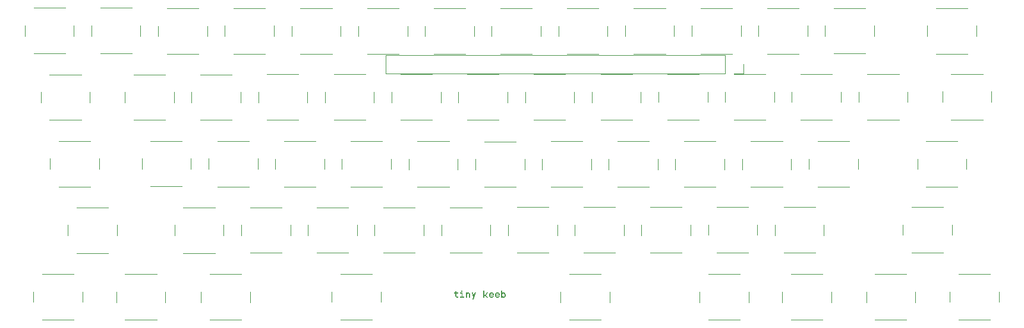
<source format=gbr>
%TF.GenerationSoftware,KiCad,Pcbnew,7.0.9*%
%TF.CreationDate,2024-12-06T21:36:11-05:00*%
%TF.ProjectId,panel,70616e65-6c2e-46b6-9963-61645f706362,rev?*%
%TF.SameCoordinates,Original*%
%TF.FileFunction,Legend,Top*%
%TF.FilePolarity,Positive*%
%FSLAX46Y46*%
G04 Gerber Fmt 4.6, Leading zero omitted, Abs format (unit mm)*
G04 Created by KiCad (PCBNEW 7.0.9) date 2024-12-06 21:36:11*
%MOMM*%
%LPD*%
G01*
G04 APERTURE LIST*
%ADD10C,0.200000*%
%ADD11C,0.120000*%
G04 APERTURE END LIST*
D10*
G36*
X140109625Y-69754000D02*
G01*
X140264475Y-69754000D01*
X140264475Y-69598417D01*
X140109625Y-69598417D01*
X140098595Y-69597897D01*
X140087973Y-69596367D01*
X140077802Y-69593870D01*
X140068123Y-69590448D01*
X140058977Y-69586145D01*
X140050407Y-69581003D01*
X140042454Y-69575065D01*
X140035161Y-69568375D01*
X140028569Y-69560975D01*
X140022721Y-69552907D01*
X140017657Y-69544216D01*
X140013420Y-69534944D01*
X140010051Y-69525134D01*
X140007594Y-69514829D01*
X140006088Y-69504071D01*
X140005577Y-69492904D01*
X140005577Y-69175144D01*
X140264475Y-69175144D01*
X140264475Y-69019317D01*
X140005577Y-69019317D01*
X140005577Y-68837356D01*
X139849995Y-68837356D01*
X139849995Y-69019317D01*
X139632863Y-69019317D01*
X139632863Y-69175144D01*
X139849995Y-69175144D01*
X139849995Y-69492904D01*
X139850333Y-69506374D01*
X139851338Y-69519664D01*
X139852992Y-69532757D01*
X139855280Y-69545636D01*
X139858185Y-69558287D01*
X139861690Y-69570692D01*
X139865778Y-69582835D01*
X139870435Y-69594700D01*
X139875642Y-69606271D01*
X139881384Y-69617532D01*
X139887643Y-69628466D01*
X139894405Y-69639057D01*
X139901651Y-69649290D01*
X139909367Y-69659148D01*
X139917534Y-69668615D01*
X139926137Y-69677674D01*
X139935160Y-69686309D01*
X139944585Y-69694505D01*
X139954397Y-69702244D01*
X139964579Y-69709512D01*
X139975114Y-69716291D01*
X139985986Y-69722566D01*
X139997179Y-69728320D01*
X140008676Y-69733537D01*
X140020461Y-69738200D01*
X140032517Y-69742295D01*
X140044827Y-69745804D01*
X140057376Y-69748711D01*
X140070147Y-69751000D01*
X140083123Y-69752656D01*
X140096287Y-69753661D01*
X140109625Y-69754000D01*
G37*
G36*
X140858718Y-69598417D02*
G01*
X140858718Y-69019317D01*
X140472081Y-69019317D01*
X140472081Y-69175144D01*
X140703135Y-69175144D01*
X140703135Y-69598417D01*
X140472081Y-69598417D01*
X140472081Y-69754000D01*
X141103693Y-69754000D01*
X141103693Y-69598417D01*
X140858718Y-69598417D01*
G37*
G36*
X140689213Y-68909408D02*
G01*
X140858718Y-68909408D01*
X140858718Y-68753581D01*
X140689213Y-68753581D01*
X140689213Y-68909408D01*
G37*
G36*
X141311300Y-69019317D02*
G01*
X141311300Y-69754000D01*
X141466882Y-69754000D01*
X141466882Y-69280168D01*
X141621244Y-69175144D01*
X141683281Y-69175144D01*
X141694070Y-69175677D01*
X141704512Y-69177242D01*
X141714560Y-69179792D01*
X141724165Y-69183276D01*
X141733280Y-69187647D01*
X141741855Y-69192854D01*
X141749843Y-69198849D01*
X141757195Y-69205583D01*
X141763863Y-69213006D01*
X141769799Y-69221071D01*
X141774954Y-69229727D01*
X141779280Y-69238926D01*
X141782729Y-69248618D01*
X141785252Y-69258756D01*
X141786802Y-69269289D01*
X141787329Y-69280168D01*
X141787329Y-69754000D01*
X141942912Y-69754000D01*
X141942912Y-69280168D01*
X141942569Y-69266742D01*
X141941552Y-69253491D01*
X141939879Y-69240434D01*
X141937566Y-69227587D01*
X141934631Y-69214965D01*
X141931091Y-69202585D01*
X141926963Y-69190463D01*
X141922265Y-69178617D01*
X141917014Y-69167062D01*
X141911227Y-69155814D01*
X141904922Y-69144890D01*
X141898115Y-69134307D01*
X141890824Y-69124080D01*
X141883066Y-69114226D01*
X141874859Y-69104762D01*
X141866219Y-69095704D01*
X141857165Y-69087068D01*
X141847712Y-69078870D01*
X141837879Y-69071127D01*
X141827683Y-69063856D01*
X141817141Y-69057072D01*
X141806270Y-69050793D01*
X141795088Y-69045033D01*
X141783612Y-69039811D01*
X141771858Y-69035141D01*
X141759845Y-69031041D01*
X141747590Y-69027527D01*
X141735110Y-69024615D01*
X141722421Y-69022322D01*
X141709542Y-69020663D01*
X141696490Y-69019656D01*
X141683281Y-69019317D01*
X141572884Y-69019317D01*
X141466882Y-69091124D01*
X141466882Y-69019317D01*
X141311300Y-69019317D01*
G37*
G36*
X142410148Y-70050999D02*
G01*
X142785549Y-69019317D01*
X142619220Y-69019317D01*
X142459729Y-69456512D01*
X142312451Y-69019317D01*
X142147343Y-69019317D01*
X142375466Y-69690496D01*
X142243819Y-70050999D01*
X142410148Y-70050999D01*
G37*
G36*
X143984538Y-69754000D02*
G01*
X143984538Y-69472143D01*
X144102751Y-69472143D01*
X144283491Y-69754000D01*
X144466917Y-69754000D01*
X144238062Y-69394230D01*
X144466673Y-69019317D01*
X144283247Y-69019317D01*
X144102507Y-69316316D01*
X143984538Y-69316316D01*
X143984538Y-68737949D01*
X143828955Y-68737949D01*
X143828955Y-69754000D01*
X143984538Y-69754000D01*
G37*
G36*
X145053107Y-69019635D02*
G01*
X145065895Y-69020579D01*
X145078505Y-69022135D01*
X145090921Y-69024287D01*
X145103129Y-69027021D01*
X145115115Y-69030321D01*
X145126862Y-69034174D01*
X145138356Y-69038563D01*
X145149583Y-69043474D01*
X145160527Y-69048892D01*
X145171174Y-69054802D01*
X145181509Y-69061190D01*
X145191517Y-69068040D01*
X145201182Y-69075338D01*
X145210492Y-69083068D01*
X145219429Y-69091216D01*
X145227981Y-69099767D01*
X145236131Y-69108706D01*
X145243865Y-69118018D01*
X145251168Y-69127688D01*
X145258025Y-69137701D01*
X145264421Y-69148043D01*
X145270342Y-69158698D01*
X145275773Y-69169652D01*
X145280699Y-69180890D01*
X145285104Y-69192396D01*
X145288975Y-69204157D01*
X145292296Y-69216156D01*
X145295052Y-69228380D01*
X145297229Y-69240813D01*
X145298812Y-69253440D01*
X145299785Y-69266247D01*
X145299785Y-69425737D01*
X144823756Y-69425737D01*
X144823756Y-69490706D01*
X144824286Y-69501723D01*
X144825843Y-69512392D01*
X144828378Y-69522663D01*
X144831843Y-69532487D01*
X144836187Y-69541812D01*
X144841363Y-69550589D01*
X144847321Y-69558768D01*
X144854012Y-69566299D01*
X144861386Y-69573131D01*
X144869396Y-69579215D01*
X144877992Y-69584500D01*
X144887126Y-69588937D01*
X144896747Y-69592475D01*
X144906807Y-69595064D01*
X144917257Y-69596654D01*
X144928048Y-69597196D01*
X145040155Y-69597196D01*
X145050943Y-69596654D01*
X145061386Y-69595064D01*
X145071434Y-69592475D01*
X145081039Y-69588937D01*
X145090154Y-69584500D01*
X145098729Y-69579215D01*
X145106717Y-69573131D01*
X145114069Y-69566299D01*
X145120737Y-69558768D01*
X145126673Y-69550589D01*
X145131828Y-69541812D01*
X145136154Y-69532487D01*
X145139603Y-69522663D01*
X145142126Y-69512392D01*
X145143675Y-69501723D01*
X145144203Y-69490706D01*
X145144203Y-69468724D01*
X145299785Y-69468724D01*
X145299785Y-69490706D01*
X145299447Y-69504118D01*
X145298442Y-69517370D01*
X145296787Y-69530444D01*
X145294500Y-69543322D01*
X145291595Y-69555988D01*
X145288090Y-69568424D01*
X145284001Y-69580612D01*
X145279345Y-69592536D01*
X145274138Y-69604177D01*
X145268396Y-69615519D01*
X145262136Y-69626543D01*
X145255375Y-69637233D01*
X145248128Y-69647571D01*
X145240413Y-69657540D01*
X145232246Y-69667122D01*
X145223643Y-69676300D01*
X145214620Y-69685056D01*
X145205195Y-69693374D01*
X145195383Y-69701235D01*
X145185201Y-69708623D01*
X145174666Y-69715520D01*
X145163794Y-69721908D01*
X145152601Y-69727771D01*
X145141104Y-69733090D01*
X145129319Y-69737849D01*
X145117263Y-69742029D01*
X145104953Y-69745614D01*
X145092404Y-69748587D01*
X145079633Y-69750929D01*
X145066657Y-69752623D01*
X145053492Y-69753652D01*
X145040155Y-69754000D01*
X144928048Y-69754000D01*
X144914817Y-69753652D01*
X144901744Y-69752623D01*
X144888845Y-69750929D01*
X144876139Y-69748587D01*
X144863641Y-69745614D01*
X144851370Y-69742029D01*
X144839343Y-69737849D01*
X144827576Y-69733090D01*
X144816087Y-69727771D01*
X144804894Y-69721908D01*
X144794013Y-69715520D01*
X144783461Y-69708623D01*
X144773257Y-69701235D01*
X144763416Y-69693374D01*
X144753957Y-69685056D01*
X144744896Y-69676300D01*
X144736251Y-69667122D01*
X144728039Y-69657540D01*
X144720277Y-69647571D01*
X144712983Y-69637233D01*
X144706173Y-69626543D01*
X144699865Y-69615519D01*
X144694076Y-69604177D01*
X144688823Y-69592536D01*
X144684124Y-69580612D01*
X144679995Y-69568424D01*
X144676455Y-69555988D01*
X144673519Y-69543322D01*
X144671206Y-69530444D01*
X144669533Y-69517370D01*
X144668516Y-69504118D01*
X144668173Y-69490706D01*
X144668173Y-69298242D01*
X144823756Y-69298242D01*
X145144203Y-69298242D01*
X145144203Y-69280657D01*
X145143689Y-69269490D01*
X145142176Y-69258732D01*
X145139707Y-69248427D01*
X145136326Y-69238617D01*
X145132074Y-69229344D01*
X145126995Y-69220653D01*
X145121132Y-69212586D01*
X145114527Y-69205186D01*
X145107224Y-69198495D01*
X145099266Y-69192558D01*
X145090695Y-69187416D01*
X145081554Y-69183112D01*
X145071887Y-69179691D01*
X145061736Y-69177193D01*
X145051145Y-69175663D01*
X145040155Y-69175144D01*
X144928048Y-69175144D01*
X144917055Y-69175677D01*
X144906456Y-69177243D01*
X144896293Y-69179795D01*
X144886610Y-69183284D01*
X144877451Y-69187662D01*
X144868860Y-69192880D01*
X144860879Y-69198890D01*
X144853554Y-69205644D01*
X144846926Y-69213093D01*
X144841041Y-69221190D01*
X144835941Y-69229886D01*
X144831671Y-69239132D01*
X144828274Y-69248880D01*
X144825793Y-69259083D01*
X144824272Y-69269691D01*
X144823756Y-69280657D01*
X144823756Y-69298242D01*
X144668173Y-69298242D01*
X144668173Y-69280657D01*
X144668516Y-69267186D01*
X144669533Y-69253894D01*
X144671206Y-69240798D01*
X144673519Y-69227914D01*
X144676455Y-69215258D01*
X144679995Y-69202847D01*
X144684124Y-69190696D01*
X144688823Y-69178823D01*
X144694076Y-69167243D01*
X144699865Y-69155973D01*
X144706173Y-69145028D01*
X144712983Y-69134426D01*
X144720277Y-69124182D01*
X144728039Y-69114313D01*
X144736251Y-69104836D01*
X144744896Y-69095765D01*
X144753957Y-69087118D01*
X144763416Y-69078911D01*
X144773257Y-69071160D01*
X144783461Y-69063882D01*
X144794013Y-69057092D01*
X144804894Y-69050807D01*
X144816087Y-69045044D01*
X144827576Y-69039818D01*
X144839343Y-69035146D01*
X144851370Y-69031044D01*
X144863641Y-69027529D01*
X144876139Y-69024616D01*
X144888845Y-69022322D01*
X144901744Y-69020663D01*
X144914817Y-69019656D01*
X144928048Y-69019317D01*
X145040155Y-69019317D01*
X145053107Y-69019635D01*
G37*
G36*
X145892325Y-69019635D02*
G01*
X145905114Y-69020579D01*
X145917723Y-69022135D01*
X145930140Y-69024287D01*
X145942348Y-69027021D01*
X145954333Y-69030321D01*
X145966080Y-69034174D01*
X145977574Y-69038563D01*
X145988801Y-69043474D01*
X145999745Y-69048892D01*
X146010392Y-69054802D01*
X146020727Y-69061190D01*
X146030735Y-69068040D01*
X146040401Y-69075338D01*
X146049710Y-69083068D01*
X146058648Y-69091216D01*
X146067199Y-69099767D01*
X146075349Y-69108706D01*
X146083083Y-69118018D01*
X146090386Y-69127688D01*
X146097243Y-69137701D01*
X146103640Y-69148043D01*
X146109561Y-69158698D01*
X146114992Y-69169652D01*
X146119917Y-69180890D01*
X146124323Y-69192396D01*
X146128193Y-69204157D01*
X146131514Y-69216156D01*
X146134271Y-69228380D01*
X146136447Y-69240813D01*
X146138030Y-69253440D01*
X146139004Y-69266247D01*
X146139004Y-69425737D01*
X145662974Y-69425737D01*
X145662974Y-69490706D01*
X145663504Y-69501723D01*
X145665061Y-69512392D01*
X145667597Y-69522663D01*
X145671061Y-69532487D01*
X145675406Y-69541812D01*
X145680581Y-69550589D01*
X145686539Y-69558768D01*
X145693230Y-69566299D01*
X145700605Y-69573131D01*
X145708615Y-69579215D01*
X145717211Y-69584500D01*
X145726344Y-69588937D01*
X145735965Y-69592475D01*
X145746025Y-69595064D01*
X145756475Y-69596654D01*
X145767266Y-69597196D01*
X145879374Y-69597196D01*
X145890162Y-69596654D01*
X145900604Y-69595064D01*
X145910652Y-69592475D01*
X145920258Y-69588937D01*
X145929372Y-69584500D01*
X145937947Y-69579215D01*
X145945935Y-69573131D01*
X145953288Y-69566299D01*
X145959956Y-69558768D01*
X145965891Y-69550589D01*
X145971046Y-69541812D01*
X145975372Y-69532487D01*
X145978821Y-69522663D01*
X145981344Y-69512392D01*
X145982894Y-69501723D01*
X145983421Y-69490706D01*
X145983421Y-69468724D01*
X146139004Y-69468724D01*
X146139004Y-69490706D01*
X146138665Y-69504118D01*
X146137660Y-69517370D01*
X146136006Y-69530444D01*
X146133718Y-69543322D01*
X146130814Y-69555988D01*
X146127309Y-69568424D01*
X146123220Y-69580612D01*
X146118564Y-69592536D01*
X146113356Y-69604177D01*
X146107615Y-69615519D01*
X146101355Y-69626543D01*
X146094593Y-69637233D01*
X146087347Y-69647571D01*
X146079632Y-69657540D01*
X146071464Y-69667122D01*
X146062861Y-69676300D01*
X146053838Y-69685056D01*
X146044413Y-69693374D01*
X146034601Y-69701235D01*
X146024419Y-69708623D01*
X146013884Y-69715520D01*
X146003012Y-69721908D01*
X145991819Y-69727771D01*
X145980322Y-69733090D01*
X145968538Y-69737849D01*
X145956482Y-69742029D01*
X145944171Y-69745614D01*
X145931622Y-69748587D01*
X145918852Y-69750929D01*
X145905876Y-69752623D01*
X145892711Y-69753652D01*
X145879374Y-69754000D01*
X145767266Y-69754000D01*
X145754035Y-69753652D01*
X145740962Y-69752623D01*
X145728064Y-69750929D01*
X145715357Y-69748587D01*
X145702860Y-69745614D01*
X145690589Y-69742029D01*
X145678561Y-69737849D01*
X145666794Y-69733090D01*
X145655306Y-69727771D01*
X145644112Y-69721908D01*
X145633231Y-69715520D01*
X145622680Y-69708623D01*
X145612475Y-69701235D01*
X145602634Y-69693374D01*
X145593175Y-69685056D01*
X145584114Y-69676300D01*
X145575469Y-69667122D01*
X145567257Y-69657540D01*
X145559496Y-69647571D01*
X145552201Y-69637233D01*
X145545391Y-69626543D01*
X145539083Y-69615519D01*
X145533294Y-69604177D01*
X145528042Y-69592536D01*
X145523342Y-69580612D01*
X145519214Y-69568424D01*
X145515673Y-69555988D01*
X145512738Y-69543322D01*
X145510425Y-69530444D01*
X145508751Y-69517370D01*
X145507734Y-69504118D01*
X145507392Y-69490706D01*
X145507392Y-69298242D01*
X145662974Y-69298242D01*
X145983421Y-69298242D01*
X145983421Y-69280657D01*
X145982907Y-69269490D01*
X145981395Y-69258732D01*
X145978926Y-69248427D01*
X145975544Y-69238617D01*
X145971292Y-69229344D01*
X145966213Y-69220653D01*
X145960350Y-69212586D01*
X145953745Y-69205186D01*
X145946443Y-69198495D01*
X145938484Y-69192558D01*
X145929913Y-69187416D01*
X145920773Y-69183112D01*
X145911106Y-69179691D01*
X145900955Y-69177193D01*
X145890363Y-69175663D01*
X145879374Y-69175144D01*
X145767266Y-69175144D01*
X145756274Y-69175677D01*
X145745674Y-69177243D01*
X145735512Y-69179795D01*
X145725829Y-69183284D01*
X145716670Y-69187662D01*
X145708078Y-69192880D01*
X145700098Y-69198890D01*
X145692772Y-69205644D01*
X145686145Y-69213093D01*
X145680259Y-69221190D01*
X145675160Y-69229886D01*
X145670889Y-69239132D01*
X145667492Y-69248880D01*
X145665011Y-69259083D01*
X145663491Y-69269691D01*
X145662974Y-69280657D01*
X145662974Y-69298242D01*
X145507392Y-69298242D01*
X145507392Y-69280657D01*
X145507734Y-69267186D01*
X145508751Y-69253894D01*
X145510425Y-69240798D01*
X145512738Y-69227914D01*
X145515673Y-69215258D01*
X145519214Y-69202847D01*
X145523342Y-69190696D01*
X145528042Y-69178823D01*
X145533294Y-69167243D01*
X145539083Y-69155973D01*
X145545391Y-69145028D01*
X145552201Y-69134426D01*
X145559496Y-69124182D01*
X145567257Y-69114313D01*
X145575469Y-69104836D01*
X145584114Y-69095765D01*
X145593175Y-69087118D01*
X145602634Y-69078911D01*
X145612475Y-69071160D01*
X145622680Y-69063882D01*
X145633231Y-69057092D01*
X145644112Y-69050807D01*
X145655306Y-69045044D01*
X145666794Y-69039818D01*
X145678561Y-69035146D01*
X145690589Y-69031044D01*
X145702860Y-69027529D01*
X145715357Y-69024616D01*
X145728064Y-69022322D01*
X145740962Y-69020663D01*
X145754035Y-69019656D01*
X145767266Y-69019317D01*
X145879374Y-69019317D01*
X145892325Y-69019635D01*
G37*
G36*
X146502193Y-69091124D02*
G01*
X146608194Y-69019317D01*
X146718592Y-69019317D01*
X146731800Y-69019656D01*
X146744853Y-69020663D01*
X146757732Y-69022322D01*
X146770420Y-69024616D01*
X146782901Y-69027529D01*
X146795156Y-69031044D01*
X146807169Y-69035146D01*
X146818922Y-69039818D01*
X146830399Y-69045044D01*
X146841581Y-69050807D01*
X146852452Y-69057092D01*
X146862994Y-69063882D01*
X146873190Y-69071160D01*
X146883023Y-69078911D01*
X146892475Y-69087118D01*
X146901530Y-69095765D01*
X146910169Y-69104836D01*
X146918377Y-69114313D01*
X146926135Y-69124182D01*
X146933425Y-69134426D01*
X146940232Y-69145028D01*
X146946538Y-69155973D01*
X146952325Y-69167243D01*
X146957576Y-69178823D01*
X146962274Y-69190696D01*
X146966401Y-69202847D01*
X146969941Y-69215258D01*
X146972876Y-69227914D01*
X146975189Y-69240798D01*
X146976863Y-69253894D01*
X146977879Y-69267186D01*
X146978222Y-69280657D01*
X146978222Y-69492904D01*
X146977879Y-69506245D01*
X146976863Y-69519423D01*
X146975189Y-69532418D01*
X146972876Y-69545216D01*
X146969941Y-69557798D01*
X146966401Y-69570147D01*
X146962274Y-69582248D01*
X146957576Y-69594081D01*
X146952325Y-69605632D01*
X146946538Y-69616882D01*
X146940232Y-69627815D01*
X146933425Y-69638413D01*
X146926135Y-69648661D01*
X146918377Y-69658539D01*
X146910169Y-69668033D01*
X146901530Y-69677124D01*
X146892475Y-69685796D01*
X146883023Y-69694031D01*
X146873190Y-69701814D01*
X146862994Y-69709126D01*
X146852452Y-69715950D01*
X146841581Y-69722271D01*
X146830399Y-69728070D01*
X146818922Y-69733330D01*
X146807169Y-69738036D01*
X146795156Y-69742169D01*
X146782901Y-69745713D01*
X146770420Y-69748651D01*
X146757732Y-69750965D01*
X146744853Y-69752640D01*
X146731800Y-69753657D01*
X146718592Y-69754000D01*
X146608194Y-69754000D01*
X146502193Y-69682436D01*
X146502193Y-69754000D01*
X146346610Y-69754000D01*
X146346610Y-69493148D01*
X146502193Y-69493148D01*
X146656554Y-69598417D01*
X146718592Y-69598417D01*
X146729380Y-69597881D01*
X146739822Y-69596307D01*
X146749870Y-69593745D01*
X146759476Y-69590242D01*
X146768590Y-69585850D01*
X146777166Y-69580617D01*
X146785154Y-69574592D01*
X146792506Y-69567825D01*
X146799174Y-69560366D01*
X146805110Y-69552263D01*
X146810265Y-69543567D01*
X146814591Y-69534326D01*
X146818040Y-69524590D01*
X146820563Y-69514408D01*
X146822112Y-69503829D01*
X146822639Y-69492904D01*
X146822639Y-69280657D01*
X146822112Y-69269691D01*
X146820563Y-69259083D01*
X146818040Y-69248880D01*
X146814591Y-69239132D01*
X146810265Y-69229886D01*
X146805110Y-69221190D01*
X146799174Y-69213093D01*
X146792506Y-69205644D01*
X146785154Y-69198890D01*
X146777166Y-69192880D01*
X146768590Y-69187662D01*
X146759476Y-69183284D01*
X146749870Y-69179795D01*
X146739822Y-69177243D01*
X146729380Y-69175677D01*
X146718592Y-69175144D01*
X146656554Y-69175144D01*
X146502193Y-69280413D01*
X146502193Y-69493148D01*
X146346610Y-69493148D01*
X146346610Y-68737949D01*
X146502193Y-68737949D01*
X146502193Y-69091124D01*
G37*
D11*
%TO.C,SW63*%
X180684000Y-49929000D02*
X180684000Y-51429000D01*
X181934000Y-53929000D02*
X186434000Y-53929000D01*
X186434000Y-47429000D02*
X181934000Y-47429000D01*
X187684000Y-51429000D02*
X187684000Y-49929000D01*
%TO.C,SW11*%
X109327000Y-59363000D02*
X109327000Y-60863000D01*
X110577000Y-63363000D02*
X115077000Y-63363000D01*
X115077000Y-56863000D02*
X110577000Y-56863000D01*
X116327000Y-60863000D02*
X116327000Y-59363000D01*
%TO.C,SW43*%
X145008000Y-30947000D02*
X145008000Y-32447000D01*
X146258000Y-34947000D02*
X150758000Y-34947000D01*
X150758000Y-28447000D02*
X146258000Y-28447000D01*
X152008000Y-32447000D02*
X152008000Y-30947000D01*
%TO.C,SW66*%
X198366000Y-68897000D02*
X198366000Y-70397000D01*
X199616000Y-72897000D02*
X204116000Y-72897000D01*
X204116000Y-66397000D02*
X199616000Y-66397000D01*
X205366000Y-70397000D02*
X205366000Y-68897000D01*
%TO.C,SW14*%
X111754000Y-40379000D02*
X111754000Y-41879000D01*
X113004000Y-44379000D02*
X117504000Y-44379000D01*
X117504000Y-37879000D02*
X113004000Y-37879000D01*
X118754000Y-41879000D02*
X118754000Y-40379000D01*
%TO.C,SW4*%
X82086000Y-49887000D02*
X82086000Y-51387000D01*
X83336000Y-53887000D02*
X87836000Y-53887000D01*
X87836000Y-47387000D02*
X83336000Y-47387000D01*
X89086000Y-51387000D02*
X89086000Y-49887000D01*
%TO.C,SW33*%
X133175000Y-49931000D02*
X133175000Y-51431000D01*
X134425000Y-53931000D02*
X138925000Y-53931000D01*
X138925000Y-47431000D02*
X134425000Y-47431000D01*
X140175000Y-51431000D02*
X140175000Y-49931000D01*
%TO.C,SW17*%
X103597000Y-68894000D02*
X103597000Y-70394000D01*
X104847000Y-72894000D02*
X109347000Y-72894000D01*
X109347000Y-66394000D02*
X104847000Y-66394000D01*
X110597000Y-70394000D02*
X110597000Y-68894000D01*
%TO.C,SW32*%
X140262000Y-40366000D02*
X140262000Y-41866000D01*
X141512000Y-44366000D02*
X146012000Y-44366000D01*
X146012000Y-37866000D02*
X141512000Y-37866000D01*
X147262000Y-41866000D02*
X147262000Y-40366000D01*
%TO.C,SW22*%
X128334000Y-59356000D02*
X128334000Y-60856000D01*
X129584000Y-63356000D02*
X134084000Y-63356000D01*
X134084000Y-56856000D02*
X129584000Y-56856000D01*
X135334000Y-60856000D02*
X135334000Y-59356000D01*
%TO.C,SW39*%
X142678000Y-49948000D02*
X142678000Y-51448000D01*
X143928000Y-53948000D02*
X148428000Y-53948000D01*
X148428000Y-47448000D02*
X143928000Y-47448000D01*
X149678000Y-51448000D02*
X149678000Y-49948000D01*
%TO.C,SW30*%
X129232000Y-70374000D02*
X129232000Y-68874000D01*
X127982000Y-66374000D02*
X123482000Y-66374000D01*
X123482000Y-72874000D02*
X127982000Y-72874000D01*
X122232000Y-68874000D02*
X122232000Y-70374000D01*
%TO.C,SW56*%
X178270000Y-40354000D02*
X178270000Y-41854000D01*
X179520000Y-44354000D02*
X184020000Y-44354000D01*
X184020000Y-37854000D02*
X179520000Y-37854000D01*
X185270000Y-41854000D02*
X185270000Y-40354000D01*
%TO.C,SW44*%
X159266000Y-40362000D02*
X159266000Y-41862000D01*
X160516000Y-44362000D02*
X165016000Y-44362000D01*
X165016000Y-37862000D02*
X160516000Y-37862000D01*
X166266000Y-41862000D02*
X166266000Y-40362000D01*
%TO.C,SW15*%
X104667000Y-49896000D02*
X104667000Y-51396000D01*
X105917000Y-53896000D02*
X110417000Y-53896000D01*
X110417000Y-47396000D02*
X105917000Y-47396000D01*
X111667000Y-51396000D02*
X111667000Y-49896000D01*
%TO.C,SW9*%
X102247000Y-40387000D02*
X102247000Y-41887000D01*
X103497000Y-44387000D02*
X107997000Y-44387000D01*
X107997000Y-37887000D02*
X103497000Y-37887000D01*
X109247000Y-41887000D02*
X109247000Y-40387000D01*
%TO.C,SW29*%
X183008000Y-30919000D02*
X183008000Y-32419000D01*
X184258000Y-34919000D02*
X188758000Y-34919000D01*
X188758000Y-28419000D02*
X184258000Y-28419000D01*
X190008000Y-32419000D02*
X190008000Y-30919000D01*
%TO.C,SW26*%
X130759000Y-40371000D02*
X130759000Y-41871000D01*
X132009000Y-44371000D02*
X136509000Y-44371000D01*
X136509000Y-37871000D02*
X132009000Y-37871000D01*
X137759000Y-41871000D02*
X137759000Y-40371000D01*
%TO.C,SW74*%
X205649000Y-49907000D02*
X205649000Y-51407000D01*
X206899000Y-53907000D02*
X211399000Y-53907000D01*
X211399000Y-47407000D02*
X206899000Y-47407000D01*
X212649000Y-51407000D02*
X212649000Y-49907000D01*
%TO.C,SW21*%
X114169000Y-49907000D02*
X114169000Y-51407000D01*
X115419000Y-53907000D02*
X119919000Y-53907000D01*
X119919000Y-47407000D02*
X115419000Y-47407000D01*
X121169000Y-51407000D02*
X121169000Y-49907000D01*
%TO.C,SW7*%
X92742000Y-40396000D02*
X92742000Y-41896000D01*
X93992000Y-44396000D02*
X98492000Y-44396000D01*
X98492000Y-37896000D02*
X93992000Y-37896000D01*
X99742000Y-41896000D02*
X99742000Y-40396000D01*
%TO.C,SW57*%
X171182000Y-49934000D02*
X171182000Y-51434000D01*
X172432000Y-53934000D02*
X176932000Y-53934000D01*
X176932000Y-47434000D02*
X172432000Y-47434000D01*
X178182000Y-51434000D02*
X178182000Y-49934000D01*
%TO.C,SW55*%
X163999000Y-30935000D02*
X163999000Y-32435000D01*
X165249000Y-34935000D02*
X169749000Y-34935000D01*
X169749000Y-28435000D02*
X165249000Y-28435000D01*
X170999000Y-32435000D02*
X170999000Y-30935000D01*
%TO.C,SW45*%
X152178000Y-49940000D02*
X152178000Y-51440000D01*
X153428000Y-53940000D02*
X157928000Y-53940000D01*
X157928000Y-47440000D02*
X153428000Y-47440000D01*
X159178000Y-51440000D02*
X159178000Y-49940000D01*
%TO.C,SW8*%
X87980000Y-30895000D02*
X87980000Y-32395000D01*
X89230000Y-34895000D02*
X93730000Y-34895000D01*
X93730000Y-28395000D02*
X89230000Y-28395000D01*
X94980000Y-32395000D02*
X94980000Y-30895000D01*
%TO.C,SW59*%
X174639000Y-68898000D02*
X174639000Y-70398000D01*
X175889000Y-72898000D02*
X180389000Y-72898000D01*
X180389000Y-66398000D02*
X175889000Y-66398000D01*
X181639000Y-70398000D02*
X181639000Y-68898000D01*
%TO.C,SW12*%
X91522000Y-68898000D02*
X91522000Y-70398000D01*
X92772000Y-72898000D02*
X97272000Y-72898000D01*
X97272000Y-66398000D02*
X92772000Y-66398000D01*
X98522000Y-70398000D02*
X98522000Y-68898000D01*
%TO.C,SW3*%
X80768000Y-40399000D02*
X80768000Y-41899000D01*
X82018000Y-44399000D02*
X86518000Y-44399000D01*
X86518000Y-37899000D02*
X82018000Y-37899000D01*
X87768000Y-41899000D02*
X87768000Y-40399000D01*
%TO.C,SW65*%
X186373000Y-68895000D02*
X186373000Y-70395000D01*
X187623000Y-72895000D02*
X192123000Y-72895000D01*
X192123000Y-66395000D02*
X187623000Y-66395000D01*
X193373000Y-70395000D02*
X193373000Y-68895000D01*
%TO.C,SW41*%
X154827000Y-68899000D02*
X154827000Y-70399000D01*
X156077000Y-72899000D02*
X160577000Y-72899000D01*
X160577000Y-66399000D02*
X156077000Y-66399000D01*
X161827000Y-70399000D02*
X161827000Y-68899000D01*
%TO.C,SW31*%
X126010000Y-30941000D02*
X126010000Y-32441000D01*
X127260000Y-34941000D02*
X131760000Y-34941000D01*
X131760000Y-28441000D02*
X127260000Y-28441000D01*
X133010000Y-32441000D02*
X133010000Y-30941000D01*
%TO.C,J2*%
X178270000Y-35092000D02*
X129950000Y-35092000D01*
X178270000Y-35092000D02*
X178270000Y-37752000D01*
X129950000Y-35092000D02*
X129950000Y-37752000D01*
X180870000Y-36422000D02*
X180870000Y-37752000D01*
X180870000Y-37752000D02*
X179540000Y-37752000D01*
X178270000Y-37752000D02*
X129950000Y-37752000D01*
%TO.C,SW23*%
X99826000Y-59369000D02*
X99826000Y-60869000D01*
X101076000Y-63369000D02*
X105576000Y-63369000D01*
X105576000Y-56869000D02*
X101076000Y-56869000D01*
X106826000Y-60869000D02*
X106826000Y-59369000D01*
%TO.C,SW13*%
X97487000Y-30940000D02*
X97487000Y-32440000D01*
X98737000Y-34940000D02*
X103237000Y-34940000D01*
X103237000Y-28440000D02*
X98737000Y-28440000D01*
X104487000Y-32440000D02*
X104487000Y-30940000D01*
%TO.C,SW28*%
X137835000Y-59356000D02*
X137835000Y-60856000D01*
X139085000Y-63356000D02*
X143585000Y-63356000D01*
X143585000Y-56856000D02*
X139085000Y-56856000D01*
X144835000Y-60856000D02*
X144835000Y-59356000D01*
%TO.C,SW2*%
X78493000Y-30892000D02*
X78493000Y-32392000D01*
X79743000Y-34892000D02*
X84243000Y-34892000D01*
X84243000Y-28392000D02*
X79743000Y-28392000D01*
X85493000Y-32392000D02*
X85493000Y-30892000D01*
%TO.C,SW58*%
X203581000Y-59319000D02*
X203581000Y-60819000D01*
X204831000Y-63319000D02*
X209331000Y-63319000D01*
X209331000Y-56819000D02*
X204831000Y-56819000D01*
X210581000Y-60819000D02*
X210581000Y-59319000D01*
%TO.C,SW20*%
X121256000Y-40374000D02*
X121256000Y-41874000D01*
X122506000Y-44374000D02*
X127006000Y-44374000D01*
X127006000Y-37874000D02*
X122506000Y-37874000D01*
X128256000Y-41874000D02*
X128256000Y-40374000D01*
%TO.C,SW50*%
X168770000Y-40357000D02*
X168770000Y-41857000D01*
X170020000Y-44357000D02*
X174520000Y-44357000D01*
X174520000Y-37857000D02*
X170020000Y-37857000D01*
X175770000Y-41857000D02*
X175770000Y-40357000D01*
%TO.C,SW35*%
X197279000Y-40338000D02*
X197279000Y-41838000D01*
X198529000Y-44338000D02*
X203029000Y-44338000D01*
X203029000Y-37838000D02*
X198529000Y-37838000D01*
X204279000Y-41838000D02*
X204279000Y-40338000D01*
%TO.C,SW24*%
X185347000Y-59327000D02*
X185347000Y-60827000D01*
X186597000Y-63327000D02*
X191097000Y-63327000D01*
X191097000Y-56827000D02*
X186597000Y-56827000D01*
X192347000Y-60827000D02*
X192347000Y-59327000D01*
%TO.C,SW34*%
X147337000Y-59345000D02*
X147337000Y-60845000D01*
X148587000Y-63345000D02*
X153087000Y-63345000D01*
X153087000Y-56845000D02*
X148587000Y-56845000D01*
X154337000Y-60845000D02*
X154337000Y-59345000D01*
%TO.C,SW73*%
X209208000Y-40333000D02*
X209208000Y-41833000D01*
X210458000Y-44333000D02*
X214958000Y-44333000D01*
X214958000Y-37833000D02*
X210458000Y-37833000D01*
X216208000Y-41833000D02*
X216208000Y-40333000D01*
%TO.C,SW52*%
X175846000Y-59322000D02*
X175846000Y-60822000D01*
X177096000Y-63322000D02*
X181596000Y-63322000D01*
X181596000Y-56822000D02*
X177096000Y-56822000D01*
X182846000Y-60822000D02*
X182846000Y-59322000D01*
%TO.C,SW37*%
X135500000Y-30939000D02*
X135500000Y-32439000D01*
X136750000Y-34939000D02*
X141250000Y-34939000D01*
X141250000Y-28439000D02*
X136750000Y-28439000D01*
X142500000Y-32439000D02*
X142500000Y-30939000D01*
%TO.C,SW40*%
X156839000Y-59339000D02*
X156839000Y-60839000D01*
X158089000Y-63339000D02*
X162589000Y-63339000D01*
X162589000Y-56839000D02*
X158089000Y-56839000D01*
X163839000Y-60839000D02*
X163839000Y-59339000D01*
%TO.C,SW67*%
X192515000Y-30916000D02*
X192515000Y-32416000D01*
X193765000Y-34916000D02*
X198265000Y-34916000D01*
X198265000Y-28416000D02*
X193765000Y-28416000D01*
X199515000Y-32416000D02*
X199515000Y-30916000D01*
%TO.C,SW49*%
X154507000Y-30949000D02*
X154507000Y-32449000D01*
X155757000Y-34949000D02*
X160257000Y-34949000D01*
X160257000Y-28449000D02*
X155757000Y-28449000D01*
X161507000Y-32449000D02*
X161507000Y-30949000D01*
%TO.C,SW1*%
X210295000Y-68883000D02*
X210295000Y-70383000D01*
X211545000Y-72883000D02*
X216045000Y-72883000D01*
X216045000Y-66383000D02*
X211545000Y-66383000D01*
X217295000Y-70383000D02*
X217295000Y-68883000D01*
%TO.C,SW51*%
X161678000Y-49940000D02*
X161678000Y-51440000D01*
X162928000Y-53940000D02*
X167428000Y-53940000D01*
X167428000Y-47440000D02*
X162928000Y-47440000D01*
X168678000Y-51440000D02*
X168678000Y-49940000D01*
%TO.C,SW18*%
X190187000Y-49925000D02*
X190187000Y-51425000D01*
X191437000Y-53925000D02*
X195937000Y-53925000D01*
X195937000Y-47425000D02*
X191437000Y-47425000D01*
X197187000Y-51425000D02*
X197187000Y-49925000D01*
%TO.C,SW72*%
X207026000Y-30917000D02*
X207026000Y-32417000D01*
X208276000Y-34917000D02*
X212776000Y-34917000D01*
X212776000Y-28417000D02*
X208276000Y-28417000D01*
X214026000Y-32417000D02*
X214026000Y-30917000D01*
%TO.C,SW5*%
X84631000Y-59371000D02*
X84631000Y-60871000D01*
X85881000Y-63371000D02*
X90381000Y-63371000D01*
X90381000Y-56871000D02*
X85881000Y-56871000D01*
X91631000Y-60871000D02*
X91631000Y-59371000D01*
%TO.C,SW6*%
X79741000Y-68869000D02*
X79741000Y-70369000D01*
X80991000Y-72869000D02*
X85491000Y-72869000D01*
X85491000Y-66369000D02*
X80991000Y-66369000D01*
X86741000Y-70369000D02*
X86741000Y-68869000D01*
%TO.C,SW25*%
X116497000Y-30939000D02*
X116497000Y-32439000D01*
X117747000Y-34939000D02*
X122247000Y-34939000D01*
X122247000Y-28439000D02*
X117747000Y-28439000D01*
X123497000Y-32439000D02*
X123497000Y-30939000D01*
%TO.C,SW38*%
X149763000Y-40364000D02*
X149763000Y-41864000D01*
X151013000Y-44364000D02*
X155513000Y-44364000D01*
X155513000Y-37864000D02*
X151013000Y-37864000D01*
X156763000Y-41864000D02*
X156763000Y-40364000D01*
%TO.C,SW27*%
X123671000Y-49921000D02*
X123671000Y-51421000D01*
X124921000Y-53921000D02*
X129421000Y-53921000D01*
X129421000Y-47421000D02*
X124921000Y-47421000D01*
X130671000Y-51421000D02*
X130671000Y-49921000D01*
%TO.C,SW19*%
X107003000Y-30928000D02*
X107003000Y-32428000D01*
X108253000Y-34928000D02*
X112753000Y-34928000D01*
X112753000Y-28428000D02*
X108253000Y-28428000D01*
X114003000Y-32428000D02*
X114003000Y-30928000D01*
%TO.C,SW10*%
X95156000Y-49879000D02*
X95156000Y-51379000D01*
X96406000Y-53879000D02*
X100906000Y-53879000D01*
X100906000Y-47379000D02*
X96406000Y-47379000D01*
X102156000Y-51379000D02*
X102156000Y-49879000D01*
%TO.C,SW61*%
X173505000Y-30927000D02*
X173505000Y-32427000D01*
X174755000Y-34927000D02*
X179255000Y-34927000D01*
X179255000Y-28427000D02*
X174755000Y-28427000D01*
X180505000Y-32427000D02*
X180505000Y-30927000D01*
%TO.C,SW46*%
X166344000Y-59331000D02*
X166344000Y-60831000D01*
X167594000Y-63331000D02*
X172094000Y-63331000D01*
X172094000Y-56831000D02*
X167594000Y-56831000D01*
X173344000Y-60831000D02*
X173344000Y-59331000D01*
%TO.C,SW16*%
X118834000Y-59358000D02*
X118834000Y-60858000D01*
X120084000Y-63358000D02*
X124584000Y-63358000D01*
X124584000Y-56858000D02*
X120084000Y-56858000D01*
X125834000Y-60858000D02*
X125834000Y-59358000D01*
%TO.C,SW62*%
X187774000Y-40347000D02*
X187774000Y-41847000D01*
X189024000Y-44347000D02*
X193524000Y-44347000D01*
X193524000Y-37847000D02*
X189024000Y-37847000D01*
X194774000Y-41847000D02*
X194774000Y-40347000D01*
%TD*%
M02*

</source>
